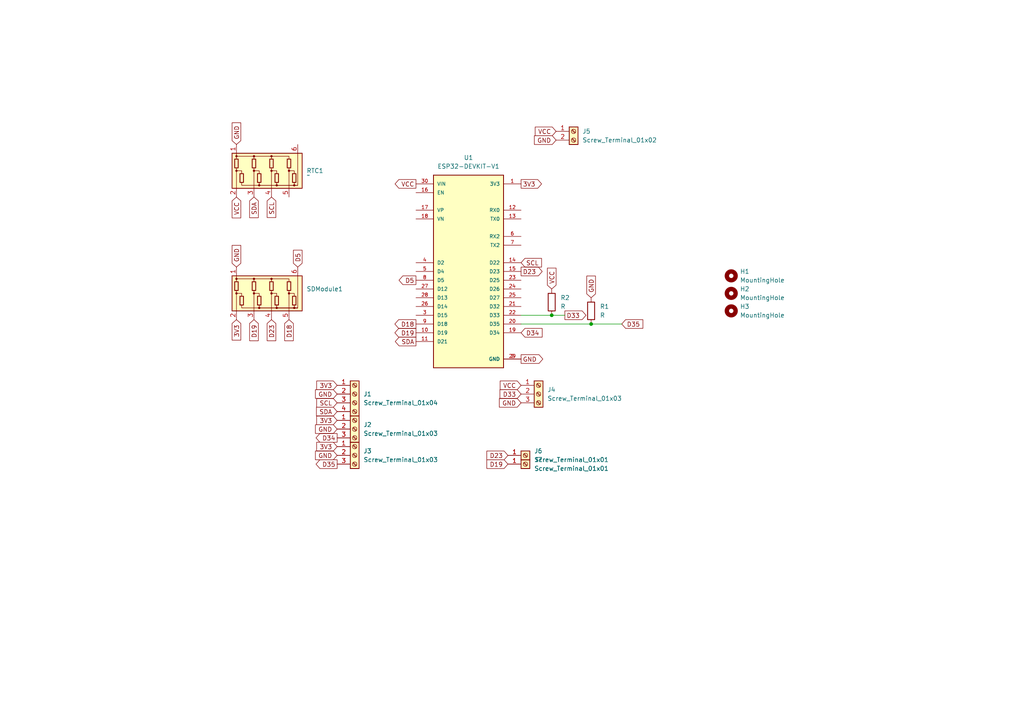
<source format=kicad_sch>
(kicad_sch (version 20231120) (generator "eeschema") (generator_version "8.0")
  (paper "A4")
  (lib_symbols
    (symbol "Connector:Screw_Terminal_01x01" (pin_names (offset 1.016) hide)
      (property "Reference" "J" (at 0 2.54 0))
      (property "Value" "Screw_Terminal_01x01" (at 0 -2.54 0))
      (symbol "Screw_Terminal_01x01_1_1"
        (rectangle (start -1.27 1.27) (end 1.27 -1.27) (stroke (width 0.254)) (fill (type background)))
        (polyline (pts (xy -0.5334 0.3302) (xy 0.3302 -0.508)) (stroke (width 0.1524)))
        (polyline (pts (xy -0.3556 0.508) (xy 0.508 -0.3302)) (stroke (width 0.1524)))
        (circle (center 0 0) (radius 0.635) (stroke (width 0.1524)))
        (pin passive line (at -5.08 0 0) (length 3.81) (name "Pin_1") (number "1"))
      )
    )
    (symbol "Connector:Screw_Terminal_01x02" (pin_names (offset 1.016) hide)
      (property "Reference" "J" (at 0 2.54 0))
      (property "Value" "Screw_Terminal_01x02" (at 0 -5.08 0))
      (symbol "Screw_Terminal_01x02_1_1"
        (rectangle (start -1.27 1.27) (end 1.27 -3.81) (stroke (width 0.254)) (fill (type background)))
        (circle (center 0 -2.54) (radius 0.635) (stroke (width 0.1524)))
        (polyline (pts (xy -0.5334 -2.2098) (xy 0.3302 -3.048)) (stroke (width 0.1524)))
        (polyline (pts (xy -0.5334 0.3302) (xy 0.3302 -0.508)) (stroke (width 0.1524)))
        (polyline (pts (xy -0.3556 -2.032) (xy 0.508 -2.8702)) (stroke (width 0.1524)))
        (polyline (pts (xy -0.3556 0.508) (xy 0.508 -0.3302)) (stroke (width 0.1524)))
        (circle (center 0 0) (radius 0.635) (stroke (width 0.1524)))
        (pin passive line (at -5.08 0 0) (length 3.81) (name "Pin_1") (number "1"))
        (pin passive line (at -5.08 -2.54 0) (length 3.81) (name "Pin_2") (number "2"))
      )
    )
    (symbol "Connector:Screw_Terminal_01x03" (pin_names (offset 1.016) hide)
      (property "Reference" "J" (at 0 5.08 0))
      (property "Value" "Screw_Terminal_01x03" (at 0 -5.08 0))
      (symbol "Screw_Terminal_01x03_1_1"
        (rectangle (start -1.27 3.81) (end 1.27 -3.81) (stroke (width 0.254)) (fill (type background)))
        (circle (center 0 -2.54) (radius 0.635) (stroke (width 0.1524)))
        (polyline (pts (xy -0.5334 -2.2098) (xy 0.3302 -3.048)) (stroke (width 0.1524)))
        (polyline (pts (xy -0.5334 0.3302) (xy 0.3302 -0.508)) (stroke (width 0.1524)))
        (polyline (pts (xy -0.5334 2.8702) (xy 0.3302 2.032)) (stroke (width 0.1524)))
        (polyline (pts (xy -0.3556 -2.032) (xy 0.508 -2.8702)) (stroke (width 0.1524)))
        (polyline (pts (xy -0.3556 0.508) (xy 0.508 -0.3302)) (stroke (width 0.1524)))
        (polyline (pts (xy -0.3556 3.048) (xy 0.508 2.2098)) (stroke (width 0.1524)))
        (circle (center 0 0) (radius 0.635) (stroke (width 0.1524)))
        (circle (center 0 2.54) (radius 0.635) (stroke (width 0.1524)))
        (pin passive line (at -5.08 2.54 0) (length 3.81) (name "Pin_1") (number "1"))
        (pin passive line (at -5.08 0 0) (length 3.81) (name "Pin_2") (number "2"))
        (pin passive line (at -5.08 -2.54 0) (length 3.81) (name "Pin_3") (number "3"))
      )
    )
    (symbol "Connector:Screw_Terminal_01x04" (pin_names (offset 1.016) hide)
      (property "Reference" "J" (at 0 5.08 0))
      (property "Value" "Screw_Terminal_01x04" (at 0 -7.62 0))
      (symbol "Screw_Terminal_01x04_1_1"
        (rectangle (start -1.27 3.81) (end 1.27 -6.35) (stroke (width 0.254)) (fill (type background)))
        (circle (center 0 -5.08) (radius 0.635) (stroke (width 0.1524)))
        (circle (center 0 -2.54) (radius 0.635) (stroke (width 0.1524)))
        (polyline (pts (xy -0.5334 -4.7498) (xy 0.3302 -5.588)) (stroke (width 0.1524)))
        (polyline (pts (xy -0.5334 -2.2098) (xy 0.3302 -3.048)) (stroke (width 0.1524)))
        (polyline (pts (xy -0.5334 0.3302) (xy 0.3302 -0.508)) (stroke (width 0.1524)))
        (polyline (pts (xy -0.5334 2.8702) (xy 0.3302 2.032)) (stroke (width 0.1524)))
        (polyline (pts (xy -0.3556 -4.572) (xy 0.508 -5.4102)) (stroke (width 0.1524)))
        (polyline (pts (xy -0.3556 -2.032) (xy 0.508 -2.8702)) (stroke (width 0.1524)))
        (polyline (pts (xy -0.3556 0.508) (xy 0.508 -0.3302)) (stroke (width 0.1524)))
        (polyline (pts (xy -0.3556 3.048) (xy 0.508 2.2098)) (stroke (width 0.1524)))
        (circle (center 0 0) (radius 0.635) (stroke (width 0.1524)))
        (circle (center 0 2.54) (radius 0.635) (stroke (width 0.1524)))
        (pin passive line (at -5.08 2.54 0) (length 3.81) (name "Pin_1") (number "1"))
        (pin passive line (at -5.08 0 0) (length 3.81) (name "Pin_2") (number "2"))
        (pin passive line (at -5.08 -2.54 0) (length 3.81) (name "Pin_3") (number "3"))
        (pin passive line (at -5.08 -5.08 0) (length 3.81) (name "Pin_4") (number "4"))
      )
    )
    (symbol "Device:R" (pin_numbers hide) (pin_names (offset 0))
      (property "Reference" "R" (at 2.032 0 90))
      (property "Value" "R" (at 0 0 90))
      (symbol "R_0_1"
        (rectangle (start -1.016 -2.54) (end 1.016 2.54) (stroke (width 0.254)))
      )
      (symbol "R_1_1"
        (pin passive line (at 0 3.81 270) (length 1.27) (name "~") (number "1"))
        (pin passive line (at 0 -3.81 90) (length 1.27) (name "~") (number "2"))
      )
    )
    (symbol "Device:R_Network_Dividers_x04_SIP" (pin_names (offset 0) hide)
      (property "Reference" "RN" (at -12.7 0 90))
      (property "Value" "R_Network_Dividers_x04_SIP" (at 10.16 0 90))
      (symbol "R_Network_Dividers_x04_SIP_0_1"
        (rectangle (start -11.43 -5.08) (end 8.89 5.08) (stroke (width 0.254)) (fill (type background)))
        (rectangle (start -10.668 3.3782) (end -9.652 0.8382) (stroke (width 0.254)))
        (circle (center -10.16 0) (radius 0.254) (fill (type outline)))
        (circle (center -10.16 4.2164) (radius 0.254) (fill (type outline)))
        (rectangle (start -9.144 -3.3782) (end -8.128 -0.8382) (stroke (width 0.254)))
        (rectangle (start -5.588 3.3782) (end -4.572 0.8382) (stroke (width 0.254)))
        (circle (center -5.08 0) (radius 0.254) (fill (type outline)))
        (circle (center -5.08 4.2164) (radius 0.254) (fill (type outline)))
        (rectangle (start -4.064 -3.3782) (end -3.048 -0.8382) (stroke (width 0.254)))
        (circle (center -3.556 -4.2164) (radius 0.254) (fill (type outline)))
        (rectangle (start -0.508 3.3782) (end 0.508 0.8382) (stroke (width 0.254)))
        (polyline (pts (xy -10.16 -5.08) (xy -10.16 0.8382)))
        (polyline (pts (xy -10.16 5.08) (xy -10.16 3.3782)))
        (polyline (pts (xy -5.08 -5.08) (xy -5.08 0.8382)))
        (polyline (pts (xy 0 -5.08) (xy 0 0.8382)))
        (polyline (pts (xy 5.08 -5.08) (xy 5.08 0.8382)))
        (polyline (pts (xy 7.62 -4.2164) (xy 7.62 5.08)))
        (polyline (pts (xy -10.16 0) (xy -8.636 0) (xy -8.636 -0.8382)))
        (polyline (pts (xy -10.16 4.2164) (xy -5.08 4.2164) (xy -5.08 3.3782)))
        (polyline (pts (xy -8.636 -3.3782) (xy -8.636 -4.2164) (xy 7.62 -4.2164)))
        (polyline (pts (xy -5.08 0) (xy -3.556 0) (xy -3.556 -0.8382)))
        (polyline (pts (xy -5.08 4.2164) (xy 0 4.2164) (xy 0 3.3782)))
        (polyline (pts (xy -3.556 -3.3782) (xy -3.556 -4.2164) (xy 7.62 -4.2164)))
        (polyline (pts (xy 0 0) (xy 1.524 0) (xy 1.524 -0.8382)))
        (polyline (pts (xy 0 4.2164) (xy 5.08 4.2164) (xy 5.08 3.3782)))
        (polyline (pts (xy 1.524 -3.3782) (xy 1.524 -4.2164) (xy 7.62 -4.2164)))
        (polyline (pts (xy 5.08 0) (xy 6.604 0) (xy 6.604 -0.8382)))
        (polyline (pts (xy 6.604 -3.3782) (xy 6.604 -4.2164) (xy 7.62 -4.2164)))
        (circle (center 0 0) (radius 0.254) (fill (type outline)))
        (circle (center 0 4.2164) (radius 0.254) (fill (type outline)))
        (rectangle (start 1.016 -3.3782) (end 2.032 -0.8382) (stroke (width 0.254)))
        (circle (center 1.524 -4.2164) (radius 0.254) (fill (type outline)))
        (rectangle (start 4.572 3.3782) (end 5.588 0.8382) (stroke (width 0.254)))
        (circle (center 5.08 0) (radius 0.254) (fill (type outline)))
        (rectangle (start 6.096 -3.3782) (end 7.112 -0.8382) (stroke (width 0.254)))
        (circle (center 6.604 -4.2164) (radius 0.254) (fill (type outline)))
      )
      (symbol "R_Network_Dividers_x04_SIP_1_1"
        (pin passive line (at -10.16 7.62 270) (length 2.54) (name "COM1") (number "1"))
        (pin passive line (at -10.16 -7.62 90) (length 2.54) (name "R1") (number "2"))
        (pin passive line (at -5.08 -7.62 90) (length 2.54) (name "R2") (number "3"))
        (pin passive line (at 0 -7.62 90) (length 2.54) (name "R3") (number "4"))
        (pin passive line (at 5.08 -7.62 90) (length 2.54) (name "R4") (number "5"))
        (pin passive line (at 7.62 7.62 270) (length 2.54) (name "COM2") (number "6"))
      )
    )
    (symbol "ESP32-DEVKIT-V1:ESP32-DEVKIT-V1" (pin_names (offset 1.016))
      (property "Reference" "U" (at -10.16 30.48 0))
      (property "Value" "ESP32-DEVKIT-V1" (at -10.16 -30.48 0))
      (symbol "ESP32-DEVKIT-V1_0_0"
        (rectangle (start -10.16 -27.94) (end 10.16 27.94) (stroke (width 0.254)) (fill (type background)))
        (pin output line (at 15.24 25.4 180) (length 5.08) (name "3V3") (number "1"))
        (pin bidirectional line (at -15.24 -17.78 0) (length 5.08) (name "D19") (number "10"))
        (pin bidirectional line (at -15.24 -20.32 0) (length 5.08) (name "D21") (number "11"))
        (pin input line (at 15.24 17.78 180) (length 5.08) (name "RX0") (number "12"))
        (pin output line (at 15.24 15.24 180) (length 5.08) (name "TX0") (number "13"))
        (pin bidirectional line (at 15.24 2.54 180) (length 5.08) (name "D22") (number "14"))
        (pin bidirectional line (at 15.24 0 180) (length 5.08) (name "D23") (number "15"))
        (pin input line (at -15.24 22.86 0) (length 5.08) (name "EN") (number "16"))
        (pin bidirectional line (at -15.24 17.78 0) (length 5.08) (name "VP") (number "17"))
        (pin bidirectional line (at -15.24 15.24 0) (length 5.08) (name "VN") (number "18"))
        (pin bidirectional line (at 15.24 -17.78 180) (length 5.08) (name "D34") (number "19"))
        (pin power_in line (at 15.24 -25.4 180) (length 5.08) (name "GND") (number "2"))
        (pin bidirectional line (at 15.24 -15.24 180) (length 5.08) (name "D35") (number "20"))
        (pin bidirectional line (at 15.24 -10.16 180) (length 5.08) (name "D32") (number "21"))
        (pin bidirectional line (at 15.24 -12.7 180) (length 5.08) (name "D33") (number "22"))
        (pin bidirectional line (at 15.24 -2.54 180) (length 5.08) (name "D25") (number "23"))
        (pin bidirectional line (at 15.24 -5.08 180) (length 5.08) (name "D26") (number "24"))
        (pin bidirectional line (at 15.24 -7.62 180) (length 5.08) (name "D27") (number "25"))
        (pin bidirectional line (at -15.24 -10.16 0) (length 5.08) (name "D14") (number "26"))
        (pin bidirectional line (at -15.24 -5.08 0) (length 5.08) (name "D12") (number "27"))
        (pin bidirectional line (at -15.24 -7.62 0) (length 5.08) (name "D13") (number "28"))
        (pin power_in line (at 15.24 -25.4 180) (length 5.08) (name "GND") (number "29"))
        (pin bidirectional line (at -15.24 -12.7 0) (length 5.08) (name "D15") (number "3"))
        (pin input line (at -15.24 25.4 0) (length 5.08) (name "VIN") (number "30"))
        (pin bidirectional line (at -15.24 2.54 0) (length 5.08) (name "D2") (number "4"))
        (pin bidirectional line (at -15.24 0 0) (length 5.08) (name "D4") (number "5"))
        (pin input line (at 15.24 10.16 180) (length 5.08) (name "RX2") (number "6"))
        (pin output line (at 15.24 7.62 180) (length 5.08) (name "TX2") (number "7"))
        (pin bidirectional line (at -15.24 -2.54 0) (length 5.08) (name "D5") (number "8"))
        (pin bidirectional line (at -15.24 -15.24 0) (length 5.08) (name "D18") (number "9"))
      )
    )
    (symbol "Mechanical:MountingHole" (pin_names (offset 1.016))
      (property "Reference" "H" (at 0 5.08 0))
      (property "Value" "MountingHole" (at 0 3.175 0))
      (symbol "MountingHole_0_1"
        (circle (center 0 0) (radius 1.27) (stroke (width 1.27)))
      )
    )
  )
  (junction (at 160.02 91.44))
  (junction (at 171.45 93.98))
  (wire (pts (xy 151.13 93.98) (xy 171.45 93.98)))
  (wire (pts (xy 171.45 93.98) (xy 180.34 93.98)))
  (wire (pts (xy 160.02 91.44) (xy 163.83 91.44)))
  (wire (pts (xy 151.13 91.44) (xy 160.02 91.44)))
  (global_label "GND" (shape input) (at 68.58 41.91 90) (property "Intersheetrefs" "${INTERSHEET_REFS}" (effects (hide yes))))
  (global_label "D33" (shape output) (at 163.83 91.44 0) (property "Intersheetrefs" "${INTERSHEET_REFS}" (effects (hide yes))))
  (global_label "SDA" (shape output) (at 120.65 99.06 180) (property "Intersheetrefs" "${INTERSHEET_REFS}" (effects (hide yes))))
  (global_label "GND" (shape input) (at 151.13 116.84 180) (property "Intersheetrefs" "${INTERSHEET_REFS}" (effects (hide yes))))
  (global_label "GND" (shape input) (at 97.79 124.46 180) (property "Intersheetrefs" "${INTERSHEET_REFS}" (effects (hide yes))))
  (global_label "VCC" (shape input) (at 151.13 111.76 180) (property "Intersheetrefs" "${INTERSHEET_REFS}" (effects (hide yes))))
  (global_label "3V3" (shape input) (at 97.79 111.76 180) (property "Intersheetrefs" "${INTERSHEET_REFS}" (effects (hide yes))))
  (global_label "D23" (shape input) (at 147.32 132.08 180) (property "Intersheetrefs" "${INTERSHEET_REFS}" (effects (hide yes))))
  (global_label "VCC" (shape input) (at 160.02 83.82 90) (property "Intersheetrefs" "${INTERSHEET_REFS}" (effects (hide yes))))
  (global_label "D19" (shape input) (at 147.32 134.62 180) (property "Intersheetrefs" "${INTERSHEET_REFS}" (effects (hide yes))))
  (global_label "3V3" (shape input) (at 97.79 129.54 180) (property "Intersheetrefs" "${INTERSHEET_REFS}" (effects (hide yes))))
  (global_label "D33" (shape input) (at 151.13 114.3 180) (property "Intersheetrefs" "${INTERSHEET_REFS}" (effects (hide yes))))
  (global_label "SCL" (shape input) (at 78.74 57.15 270) (property "Intersheetrefs" "${INTERSHEET_REFS}" (effects (hide yes))))
  (global_label "D19" (shape output) (at 120.65 96.52 180) (property "Intersheetrefs" "${INTERSHEET_REFS}" (effects (hide yes))))
  (global_label "GND" (shape output) (at 151.13 104.14 0) (property "Intersheetrefs" "${INTERSHEET_REFS}" (effects (hide yes))))
  (global_label "GND" (shape input) (at 68.58 77.47 90) (property "Intersheetrefs" "${INTERSHEET_REFS}" (effects (hide yes))))
  (global_label "D18" (shape input) (at 83.82 92.71 270) (property "Intersheetrefs" "${INTERSHEET_REFS}" (effects (hide yes))))
  (global_label "D35" (shape input) (at 180.34 93.98 0) (property "Intersheetrefs" "${INTERSHEET_REFS}" (effects (hide yes))))
  (global_label "D34" (shape input) (at 151.13 96.52 0) (property "Intersheetrefs" "${INTERSHEET_REFS}" (effects (hide yes))))
  (global_label "SDA" (shape input) (at 97.79 119.38 180) (property "Intersheetrefs" "${INTERSHEET_REFS}" (effects (hide yes))))
  (global_label "VCC" (shape input) (at 161.29 38.1 180) (property "Intersheetrefs" "${INTERSHEET_REFS}" (effects (hide yes))))
  (global_label "VCC" (shape output) (at 120.65 53.34 180) (property "Intersheetrefs" "${INTERSHEET_REFS}" (effects (hide yes))))
  (global_label "D5" (shape output) (at 120.65 81.28 180) (property "Intersheetrefs" "${INTERSHEET_REFS}" (effects (hide yes))))
  (global_label "D34" (shape output) (at 97.79 127 180) (property "Intersheetrefs" "${INTERSHEET_REFS}" (effects (hide yes))))
  (global_label "3V3" (shape input) (at 97.79 121.92 180) (property "Intersheetrefs" "${INTERSHEET_REFS}" (effects (hide yes))))
  (global_label "GND" (shape input) (at 97.79 114.3 180) (property "Intersheetrefs" "${INTERSHEET_REFS}" (effects (hide yes))))
  (global_label "D23" (shape output) (at 151.13 78.74 0) (property "Intersheetrefs" "${INTERSHEET_REFS}" (effects (hide yes))))
  (global_label "D18" (shape output) (at 120.65 93.98 180) (property "Intersheetrefs" "${INTERSHEET_REFS}" (effects (hide yes))))
  (global_label "GND" (shape input) (at 97.79 132.08 180) (property "Intersheetrefs" "${INTERSHEET_REFS}" (effects (hide yes))))
  (global_label "D5" (shape input) (at 86.36 77.47 90) (property "Intersheetrefs" "${INTERSHEET_REFS}" (effects (hide yes))))
  (global_label "D19" (shape input) (at 73.66 92.71 270) (property "Intersheetrefs" "${INTERSHEET_REFS}" (effects (hide yes))))
  (global_label "GND" (shape input) (at 161.29 40.64 180) (property "Intersheetrefs" "${INTERSHEET_REFS}" (effects (hide yes))))
  (global_label "SCL" (shape input) (at 97.79 116.84 180) (property "Intersheetrefs" "${INTERSHEET_REFS}" (effects (hide yes))))
  (global_label "D35" (shape output) (at 97.79 134.62 180) (property "Intersheetrefs" "${INTERSHEET_REFS}" (effects (hide yes))))
  (global_label "D23" (shape input) (at 78.74 92.71 270) (property "Intersheetrefs" "${INTERSHEET_REFS}" (effects (hide yes))))
  (global_label "VCC" (shape input) (at 68.58 57.15 270) (property "Intersheetrefs" "${INTERSHEET_REFS}" (effects (hide yes))))
  (global_label "3V3" (shape input) (at 68.58 92.71 270) (property "Intersheetrefs" "${INTERSHEET_REFS}" (effects (hide yes))))
  (global_label "SDA" (shape input) (at 73.66 57.15 270) (property "Intersheetrefs" "${INTERSHEET_REFS}" (effects (hide yes))))
  (global_label "SCL" (shape input) (at 151.13 76.2 0) (property "Intersheetrefs" "${INTERSHEET_REFS}" (effects (hide yes))))
  (global_label "3V3" (shape output) (at 151.13 53.34 0) (property "Intersheetrefs" "${INTERSHEET_REFS}" (effects (hide yes))))
  (global_label "GND" (shape input) (at 171.45 86.36 90) (property "Intersheetrefs" "${INTERSHEET_REFS}" (effects (hide yes))))
  (symbol (lib_id "Connector:Screw_Terminal_01x03") (at 156.21 114.3 0) (unit 1)
    (property "Reference" "J4" (at 158.75 113.03 0) (effects (justify left)))
    (property "Value" "Screw_Terminal_01x03" (at 158.75 115.57 0) (effects (justify left)))
    (property "Footprint" "TerminalBlock:TerminalBlock_Altech_AK300-3_P5.00mm" (effects (hide yes)))
  )
  (symbol (lib_id "Mechanical:MountingHole") (at 212.09 85.09 0) (unit 1)
    (property "Reference" "H2" (at 214.63 83.82 0) (effects (justify left)))
    (property "Value" "MountingHole" (at 214.63 86.36 0) (effects (justify left)))
    (property "Footprint" "MountingHole:MountingHole_3mm_Pad" (effects (hide yes)))
  )
  (symbol (lib_id "Mechanical:MountingHole") (at 212.09 80.01 0) (unit 1)
    (property "Reference" "H1" (at 214.63 78.74 0) (effects (justify left)))
    (property "Value" "MountingHole" (at 214.63 81.28 0) (effects (justify left)))
    (property "Footprint" "MountingHole:MountingHole_3mm_Pad" (effects (hide yes)))
  )
  (symbol (lib_id "Connector:Screw_Terminal_01x03") (at 102.87 132.08 0) (unit 1)
    (property "Reference" "J3" (at 105.41 130.81 0) (effects (justify left)))
    (property "Value" "Screw_Terminal_01x03" (at 105.41 133.35 0) (effects (justify left)))
    (property "Footprint" "TerminalBlock:TerminalBlock_Altech_AK300-3_P5.00mm" (effects (hide yes)))
  )
  (symbol (lib_id "Device:R") (at 171.45 90.17 0) (unit 1)
    (property "Reference" "R1" (at 173.99 88.9 0) (effects (justify left)))
    (property "Value" "R" (at 173.99 91.44 0) (effects (justify left)))
    (property "Footprint" "Resistor_THT:R_Axial_DIN0614_L14.3mm_D5.7mm_P5.08mm_Vertical" (effects (hide yes)))
  )
  (symbol (lib_id "Device:R_Network_Dividers_x04_SIP") (at 78.74 85.09 0) (unit 1)
    (property "Reference" "SDModule1" (at 88.9 83.82 0) (effects (justify left)))
    (property "Value" "R_Network_Dividers_x04_SIP" (effects (hide yes)))
    (property "Footprint" "Resistor_THT:R_Array_SIP6" (effects (hide yes)))
    (property "Datasheet" "http://www.vishay.com/docs/31509/csc.pdf" (effects (hide yes)))
  )
  (symbol (lib_id "Device:R_Network_Dividers_x04_SIP") (at 78.74 49.53 0) (unit 1)
    (property "Reference" "RTC1" (at 88.9 49.53 0) (effects (justify left)))
    (property "Value" "~" (at 88.9 50.8 0) (effects (justify left)))
    (property "Footprint" "Resistor_THT:R_Array_SIP6" (effects (hide yes)))
    (property "Datasheet" "http://www.vishay.com/docs/31509/csc.pdf" (effects (hide yes)))
  )
  (symbol (lib_id "Connector:Screw_Terminal_01x04") (at 102.87 114.3 0) (unit 1)
    (property "Reference" "J1" (at 105.41 114.3 0) (effects (justify left)))
    (property "Value" "Screw_Terminal_01x04" (at 105.41 116.84 0) (effects (justify left)))
    (property "Footprint" "TerminalBlock:TerminalBlock_Altech_AK300-4_P5.00mm" (effects (hide yes)))
  )
  (symbol (lib_id "Connector:Screw_Terminal_01x01") (at 152.4 132.08 0) (unit 1)
    (property "Reference" "J6" (at 154.94 130.81 0) (effects (justify left)))
    (property "Value" "Screw_Terminal_01x01" (at 154.94 133.35 0) (effects (justify left)))
    (property "Footprint" "TerminalBlock_MetzConnect:TerminalBlock_MetzConnect_360271_1x01_Horizontal_ScrewM3.0_Boxed" (effects (hide yes)))
  )
  (symbol (lib_id "Connector:Screw_Terminal_01x01") (at 152.4 134.62 0) (unit 1)
    (property "Reference" "J7" (at 154.94 133.35 0) (effects (justify left)))
    (property "Value" "Screw_Terminal_01x01" (at 154.94 135.89 0) (effects (justify left)))
    (property "Footprint" "TerminalBlock_MetzConnect:TerminalBlock_MetzConnect_360271_1x01_Horizontal_ScrewM3.0_Boxed" (effects (hide yes)))
  )
  (symbol (lib_id "Connector:Screw_Terminal_01x02") (at 166.37 38.1 0) (unit 1)
    (property "Reference" "J5" (at 168.91 38.1 0) (effects (justify left)))
    (property "Value" "Screw_Terminal_01x02" (at 168.91 40.64 0) (effects (justify left)))
    (property "Footprint" "TerminalBlock:TerminalBlock_Altech_AK300-2_P5.00mm" (effects (hide yes)))
  )
  (symbol (lib_id "Mechanical:MountingHole") (at 212.09 90.17 0) (unit 1)
    (property "Reference" "H3" (at 214.63 88.9 0) (effects (justify left)))
    (property "Value" "MountingHole" (at 214.63 91.44 0) (effects (justify left)))
    (property "Footprint" "MountingHole:MountingHole_3mm_Pad" (effects (hide yes)))
  )
  (symbol (lib_id "ESP32-DEVKIT-V1:ESP32-DEVKIT-V1") (at 135.89 78.74 0) (unit 1)
    (property "Reference" "U1" (at 135.89 45.72 0))
    (property "Value" "ESP32-DEVKIT-V1" (at 135.89 48.26 0))
    (property "Footprint" "ESP32-DEVKIT-V1:MODULE_ESP32_DEVKIT_V1" (effects (hide yes)))
    (property "Description" "\nDual core, Wi-Fi: 2.4 GHz up to 150 Mbits/s,BLE (Bluetooth Low Energy) and legacy Bluetooth, 32 bits, Up to 240 MHz\n" (effects (hide yes)))
    (property "MF" "Do it" (effects (hide yes)))
    (property "MAXIMUM_PACKAGE_HEIGHT" "6.8 mm" (effects (hide yes)))
    (property "Package" "None" (effects (hide yes)))
    (property "Price" "None" (effects (hide yes)))
    (property "Check_prices" "https://www.snapeda.com/parts/ESP32-DEVKIT-V1/Do+it/view-part/?ref=eda" (effects (hide yes)))
    (property "STANDARD" "Manufacturer Recommendations" (effects (hide yes)))
    (property "PARTREV" "N/A" (effects (hide yes)))
    (property "SnapEDA_Link" "https://www.snapeda.com/parts/ESP32-DEVKIT-V1/Do+it/view-part/?ref=snap" (effects (hide yes)))
    (property "MP" "ESP32-DEVKIT-V1" (effects (hide yes)))
    (property "Availability" "Not in stock" (effects (hide yes)))
    (property "MANUFACTURER" "DOIT" (effects (hide yes)))
  )
  (symbol (lib_id "Device:R") (at 160.02 87.63 0) (unit 1)
    (property "Reference" "R2" (at 162.56 86.36 0) (effects (justify left)))
    (property "Value" "R" (at 162.56 88.9 0) (effects (justify left)))
    (property "Footprint" "Resistor_THT:R_Axial_DIN0614_L14.3mm_D5.7mm_P5.08mm_Vertical" (effects (hide yes)))
  )
  (symbol (lib_id "Connector:Screw_Terminal_01x03") (at 102.87 124.46 0) (unit 1)
    (property "Reference" "J2" (at 105.41 123.19 0) (effects (justify left)))
    (property "Value" "Screw_Terminal_01x03" (at 105.41 125.73 0) (effects (justify left)))
    (property "Footprint" "TerminalBlock:TerminalBlock_Altech_AK300-3_P5.00mm" (effects (hide yes)))
  )
)
</source>
